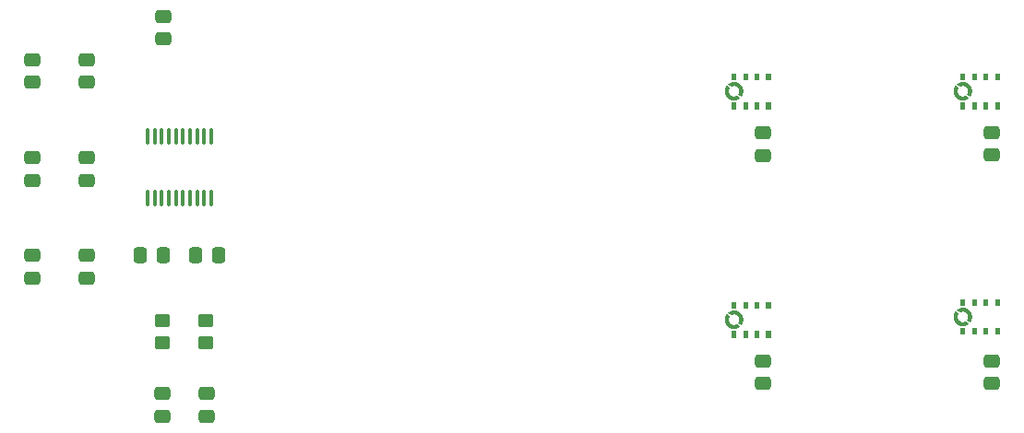
<source format=gtp>
G04 #@! TF.GenerationSoftware,KiCad,Pcbnew,8.0.8*
G04 #@! TF.CreationDate,2025-04-19T00:37:25+02:00*
G04 #@! TF.ProjectId,noise_reduction_microphone,6e6f6973-655f-4726-9564-756374696f6e,rev?*
G04 #@! TF.SameCoordinates,Original*
G04 #@! TF.FileFunction,Paste,Top*
G04 #@! TF.FilePolarity,Positive*
%FSLAX46Y46*%
G04 Gerber Fmt 4.6, Leading zero omitted, Abs format (unit mm)*
G04 Created by KiCad (PCBNEW 8.0.8) date 2025-04-19 00:37:25*
%MOMM*%
%LPD*%
G01*
G04 APERTURE LIST*
G04 Aperture macros list*
%AMRoundRect*
0 Rectangle with rounded corners*
0 $1 Rounding radius*
0 $2 $3 $4 $5 $6 $7 $8 $9 X,Y pos of 4 corners*
0 Add a 4 corners polygon primitive as box body*
4,1,4,$2,$3,$4,$5,$6,$7,$8,$9,$2,$3,0*
0 Add four circle primitives for the rounded corners*
1,1,$1+$1,$2,$3*
1,1,$1+$1,$4,$5*
1,1,$1+$1,$6,$7*
1,1,$1+$1,$8,$9*
0 Add four rect primitives between the rounded corners*
20,1,$1+$1,$2,$3,$4,$5,0*
20,1,$1+$1,$4,$5,$6,$7,0*
20,1,$1+$1,$6,$7,$8,$9,0*
20,1,$1+$1,$8,$9,$2,$3,0*%
G04 Aperture macros list end*
%ADD10C,0.010000*%
%ADD11RoundRect,0.100000X0.100000X-0.637500X0.100000X0.637500X-0.100000X0.637500X-0.100000X-0.637500X0*%
%ADD12RoundRect,0.250000X-0.450000X0.350000X-0.450000X-0.350000X0.450000X-0.350000X0.450000X0.350000X0*%
%ADD13RoundRect,0.250000X-0.475000X0.337500X-0.475000X-0.337500X0.475000X-0.337500X0.475000X0.337500X0*%
%ADD14RoundRect,0.250000X0.475000X-0.337500X0.475000X0.337500X-0.475000X0.337500X-0.475000X-0.337500X0*%
%ADD15RoundRect,0.250000X-0.337500X-0.475000X0.337500X-0.475000X0.337500X0.475000X-0.337500X0.475000X0*%
G04 APERTURE END LIST*
D10*
G04 #@! TO.C,MK1*
X146075000Y-92735000D02*
X145725000Y-92735000D01*
X145725000Y-92185000D01*
X146075000Y-92185000D01*
X146075000Y-92735000D01*
G36*
X146075000Y-92735000D02*
G01*
X145725000Y-92735000D01*
X145725000Y-92185000D01*
X146075000Y-92185000D01*
X146075000Y-92735000D01*
G37*
X145025000Y-92735000D02*
X144675000Y-92735000D01*
X144675000Y-92185000D01*
X145025000Y-92185000D01*
X145025000Y-92735000D01*
G36*
X145025000Y-92735000D02*
G01*
X144675000Y-92735000D01*
X144675000Y-92185000D01*
X145025000Y-92185000D01*
X145025000Y-92735000D01*
G37*
X146075000Y-90075000D02*
X145725000Y-90075000D01*
X145725000Y-89525000D01*
X146075000Y-89525000D01*
X146075000Y-90075000D01*
G36*
X146075000Y-90075000D02*
G01*
X145725000Y-90075000D01*
X145725000Y-89525000D01*
X146075000Y-89525000D01*
X146075000Y-90075000D01*
G37*
X145025000Y-90075000D02*
X144675000Y-90075000D01*
X144675000Y-89525000D01*
X145025000Y-89525000D01*
X145025000Y-90075000D01*
G36*
X145025000Y-90075000D02*
G01*
X144675000Y-90075000D01*
X144675000Y-89525000D01*
X145025000Y-89525000D01*
X145025000Y-90075000D01*
G37*
X148175000Y-92735000D02*
X147825000Y-92735000D01*
X147825000Y-92185000D01*
X148175000Y-92185000D01*
X148175000Y-92735000D01*
G36*
X148175000Y-92735000D02*
G01*
X147825000Y-92735000D01*
X147825000Y-92185000D01*
X148175000Y-92185000D01*
X148175000Y-92735000D01*
G37*
X147125000Y-92735000D02*
X146775000Y-92735000D01*
X146775000Y-92185000D01*
X147125000Y-92185000D01*
X147125000Y-92735000D01*
G36*
X147125000Y-92735000D02*
G01*
X146775000Y-92735000D01*
X146775000Y-92185000D01*
X147125000Y-92185000D01*
X147125000Y-92735000D01*
G37*
X148175000Y-90075000D02*
X147825000Y-90075000D01*
X147825000Y-89525000D01*
X148175000Y-89525000D01*
X148175000Y-90075000D01*
G36*
X148175000Y-90075000D02*
G01*
X147825000Y-90075000D01*
X147825000Y-89525000D01*
X148175000Y-89525000D01*
X148175000Y-90075000D01*
G37*
X144889000Y-90331000D02*
X144927000Y-90334000D01*
X144965000Y-90339000D01*
X145003000Y-90346000D01*
X145041000Y-90355000D01*
X145078000Y-90366000D01*
X145115000Y-90378000D01*
X145150000Y-90392000D01*
X145186000Y-90408000D01*
X145220000Y-90426000D01*
X145253000Y-90445000D01*
X145286000Y-90466000D01*
X145317000Y-90488000D01*
X145348000Y-90512000D01*
X145377000Y-90537000D01*
X145406000Y-90564000D01*
X145433000Y-90593000D01*
X145458000Y-90622000D01*
X145482000Y-90653000D01*
X145504000Y-90684000D01*
X145525000Y-90717000D01*
X145544000Y-90750000D01*
X145562000Y-90784000D01*
X145578000Y-90820000D01*
X145592000Y-90855000D01*
X145604000Y-90892000D01*
X145615000Y-90929000D01*
X145624000Y-90967000D01*
X145631000Y-91005000D01*
X145636000Y-91043000D01*
X145639000Y-91081000D01*
X145640000Y-91120000D01*
X145640000Y-91158000D01*
X145638000Y-91197000D01*
X145634000Y-91235000D01*
X145628000Y-91273000D01*
X145620000Y-91311000D01*
X145610000Y-91348000D01*
X145599000Y-91385000D01*
X145585000Y-91421000D01*
X145571000Y-91457000D01*
X145554000Y-91492000D01*
X145536000Y-91526000D01*
X145516000Y-91559000D01*
X145494000Y-91591000D01*
X145472000Y-91621000D01*
X145275000Y-91424000D01*
X145286000Y-91407000D01*
X145299000Y-91387000D01*
X145310000Y-91365000D01*
X145320000Y-91344000D01*
X145330000Y-91321000D01*
X145338000Y-91299000D01*
X145346000Y-91276000D01*
X145352000Y-91252000D01*
X145357000Y-91229000D01*
X145361000Y-91205000D01*
X145364000Y-91181000D01*
X145366000Y-91157000D01*
X145367000Y-91132000D01*
X145366000Y-91108000D01*
X145365000Y-91084000D01*
X145362000Y-91060000D01*
X145358000Y-91036000D01*
X145353000Y-91013000D01*
X145347000Y-90989000D01*
X145340000Y-90966000D01*
X145332000Y-90943000D01*
X145323000Y-90921000D01*
X145313000Y-90899000D01*
X145301000Y-90877000D01*
X145289000Y-90857000D01*
X145276000Y-90836000D01*
X145262000Y-90817000D01*
X145247000Y-90798000D01*
X145231000Y-90779000D01*
X145211000Y-90759000D01*
X145211228Y-90758772D01*
X145191000Y-90739000D01*
X145172000Y-90723000D01*
X145153000Y-90708000D01*
X145134000Y-90694000D01*
X145113000Y-90681000D01*
X145093000Y-90669000D01*
X145071000Y-90657000D01*
X145049000Y-90647000D01*
X145027000Y-90638000D01*
X145004000Y-90630000D01*
X144981000Y-90623000D01*
X144957000Y-90617000D01*
X144934000Y-90612000D01*
X144910000Y-90608000D01*
X144886000Y-90605000D01*
X144862000Y-90604000D01*
X144838000Y-90603000D01*
X144813000Y-90604000D01*
X144789000Y-90606000D01*
X144765000Y-90609000D01*
X144741000Y-90613000D01*
X144718000Y-90618000D01*
X144694000Y-90624000D01*
X144671000Y-90632000D01*
X144649000Y-90640000D01*
X144626000Y-90650000D01*
X144605000Y-90660000D01*
X144583000Y-90671000D01*
X144563000Y-90684000D01*
X144546000Y-90695000D01*
X144349000Y-90498000D01*
X144379000Y-90476000D01*
X144411000Y-90454000D01*
X144444000Y-90434000D01*
X144478000Y-90416000D01*
X144513000Y-90399000D01*
X144549000Y-90385000D01*
X144585000Y-90371000D01*
X144622000Y-90360000D01*
X144659000Y-90350000D01*
X144697000Y-90342000D01*
X144735000Y-90336000D01*
X144773000Y-90332000D01*
X144812000Y-90330000D01*
X144850000Y-90330000D01*
X144889000Y-90331000D01*
G36*
X144889000Y-90331000D02*
G01*
X144927000Y-90334000D01*
X144965000Y-90339000D01*
X145003000Y-90346000D01*
X145041000Y-90355000D01*
X145078000Y-90366000D01*
X145115000Y-90378000D01*
X145150000Y-90392000D01*
X145186000Y-90408000D01*
X145220000Y-90426000D01*
X145253000Y-90445000D01*
X145286000Y-90466000D01*
X145317000Y-90488000D01*
X145348000Y-90512000D01*
X145377000Y-90537000D01*
X145406000Y-90564000D01*
X145433000Y-90593000D01*
X145458000Y-90622000D01*
X145482000Y-90653000D01*
X145504000Y-90684000D01*
X145525000Y-90717000D01*
X145544000Y-90750000D01*
X145562000Y-90784000D01*
X145578000Y-90820000D01*
X145592000Y-90855000D01*
X145604000Y-90892000D01*
X145615000Y-90929000D01*
X145624000Y-90967000D01*
X145631000Y-91005000D01*
X145636000Y-91043000D01*
X145639000Y-91081000D01*
X145640000Y-91120000D01*
X145640000Y-91158000D01*
X145638000Y-91197000D01*
X145634000Y-91235000D01*
X145628000Y-91273000D01*
X145620000Y-91311000D01*
X145610000Y-91348000D01*
X145599000Y-91385000D01*
X145585000Y-91421000D01*
X145571000Y-91457000D01*
X145554000Y-91492000D01*
X145536000Y-91526000D01*
X145516000Y-91559000D01*
X145494000Y-91591000D01*
X145472000Y-91621000D01*
X145275000Y-91424000D01*
X145286000Y-91407000D01*
X145299000Y-91387000D01*
X145310000Y-91365000D01*
X145320000Y-91344000D01*
X145330000Y-91321000D01*
X145338000Y-91299000D01*
X145346000Y-91276000D01*
X145352000Y-91252000D01*
X145357000Y-91229000D01*
X145361000Y-91205000D01*
X145364000Y-91181000D01*
X145366000Y-91157000D01*
X145367000Y-91132000D01*
X145366000Y-91108000D01*
X145365000Y-91084000D01*
X145362000Y-91060000D01*
X145358000Y-91036000D01*
X145353000Y-91013000D01*
X145347000Y-90989000D01*
X145340000Y-90966000D01*
X145332000Y-90943000D01*
X145323000Y-90921000D01*
X145313000Y-90899000D01*
X145301000Y-90877000D01*
X145289000Y-90857000D01*
X145276000Y-90836000D01*
X145262000Y-90817000D01*
X145247000Y-90798000D01*
X145231000Y-90779000D01*
X145211000Y-90759000D01*
X145211228Y-90758772D01*
X145191000Y-90739000D01*
X145172000Y-90723000D01*
X145153000Y-90708000D01*
X145134000Y-90694000D01*
X145113000Y-90681000D01*
X145093000Y-90669000D01*
X145071000Y-90657000D01*
X145049000Y-90647000D01*
X145027000Y-90638000D01*
X145004000Y-90630000D01*
X144981000Y-90623000D01*
X144957000Y-90617000D01*
X144934000Y-90612000D01*
X144910000Y-90608000D01*
X144886000Y-90605000D01*
X144862000Y-90604000D01*
X144838000Y-90603000D01*
X144813000Y-90604000D01*
X144789000Y-90606000D01*
X144765000Y-90609000D01*
X144741000Y-90613000D01*
X144718000Y-90618000D01*
X144694000Y-90624000D01*
X144671000Y-90632000D01*
X144649000Y-90640000D01*
X144626000Y-90650000D01*
X144605000Y-90660000D01*
X144583000Y-90671000D01*
X144563000Y-90684000D01*
X144546000Y-90695000D01*
X144349000Y-90498000D01*
X144379000Y-90476000D01*
X144411000Y-90454000D01*
X144444000Y-90434000D01*
X144478000Y-90416000D01*
X144513000Y-90399000D01*
X144549000Y-90385000D01*
X144585000Y-90371000D01*
X144622000Y-90360000D01*
X144659000Y-90350000D01*
X144697000Y-90342000D01*
X144735000Y-90336000D01*
X144773000Y-90332000D01*
X144812000Y-90330000D01*
X144850000Y-90330000D01*
X144889000Y-90331000D01*
G37*
X147125000Y-90075000D02*
X146775000Y-90075000D01*
X146775000Y-89525000D01*
X147125000Y-89525000D01*
X147125000Y-90075000D01*
G36*
X147125000Y-90075000D02*
G01*
X146775000Y-90075000D01*
X146775000Y-89525000D01*
X147125000Y-89525000D01*
X147125000Y-90075000D01*
G37*
X144405000Y-90836000D02*
X144394000Y-90853000D01*
X144381000Y-90873000D01*
X144370000Y-90895000D01*
X144360000Y-90916000D01*
X144350000Y-90939000D01*
X144342000Y-90961000D01*
X144334000Y-90984000D01*
X144328000Y-91008000D01*
X144323000Y-91031000D01*
X144319000Y-91055000D01*
X144316000Y-91079000D01*
X144314000Y-91103000D01*
X144313000Y-91128000D01*
X144314000Y-91152000D01*
X144315000Y-91176000D01*
X144318000Y-91200000D01*
X144322000Y-91224000D01*
X144327000Y-91247000D01*
X144333000Y-91271000D01*
X144340000Y-91294000D01*
X144348000Y-91317000D01*
X144357000Y-91339000D01*
X144367000Y-91361000D01*
X144379000Y-91383000D01*
X144391000Y-91403000D01*
X144404000Y-91424000D01*
X144418000Y-91443000D01*
X144433000Y-91462000D01*
X144449000Y-91481000D01*
X144469000Y-91501000D01*
X144468770Y-91501228D01*
X144489000Y-91521000D01*
X144508000Y-91537000D01*
X144527000Y-91552000D01*
X144546000Y-91566000D01*
X144567000Y-91579000D01*
X144587000Y-91591000D01*
X144609000Y-91603000D01*
X144631000Y-91613000D01*
X144653000Y-91622000D01*
X144676000Y-91630000D01*
X144699000Y-91637000D01*
X144723000Y-91643000D01*
X144746000Y-91648000D01*
X144770000Y-91652000D01*
X144794000Y-91655000D01*
X144818000Y-91656000D01*
X144842000Y-91657000D01*
X144867000Y-91656000D01*
X144891000Y-91654000D01*
X144915000Y-91651000D01*
X144939000Y-91647000D01*
X144962000Y-91642000D01*
X144986000Y-91636000D01*
X145009000Y-91628000D01*
X145031000Y-91620000D01*
X145054000Y-91610000D01*
X145075000Y-91600000D01*
X145097000Y-91589000D01*
X145117000Y-91576000D01*
X145134000Y-91565000D01*
X145331000Y-91762000D01*
X145301000Y-91784000D01*
X145269000Y-91806000D01*
X145236000Y-91826000D01*
X145202000Y-91844000D01*
X145167000Y-91861000D01*
X145131000Y-91875000D01*
X145095000Y-91889000D01*
X145058000Y-91900000D01*
X145021000Y-91910000D01*
X144983000Y-91918000D01*
X144945000Y-91924000D01*
X144907000Y-91928000D01*
X144868000Y-91930000D01*
X144830000Y-91930000D01*
X144791000Y-91929000D01*
X144753000Y-91926000D01*
X144715000Y-91921000D01*
X144677000Y-91914000D01*
X144639000Y-91905000D01*
X144602000Y-91894000D01*
X144565000Y-91882000D01*
X144530000Y-91868000D01*
X144494000Y-91852000D01*
X144460000Y-91834000D01*
X144427000Y-91815000D01*
X144394000Y-91794000D01*
X144363000Y-91772000D01*
X144332000Y-91748000D01*
X144303000Y-91723000D01*
X144274000Y-91696000D01*
X144247000Y-91667000D01*
X144222000Y-91638000D01*
X144198000Y-91607000D01*
X144176000Y-91576000D01*
X144155000Y-91543000D01*
X144136000Y-91510000D01*
X144118000Y-91476000D01*
X144102000Y-91440000D01*
X144088000Y-91405000D01*
X144076000Y-91368000D01*
X144065000Y-91331000D01*
X144056000Y-91293000D01*
X144049000Y-91255000D01*
X144044000Y-91217000D01*
X144041000Y-91179000D01*
X144040000Y-91140000D01*
X144040000Y-91102000D01*
X144042000Y-91063000D01*
X144046000Y-91025000D01*
X144052000Y-90987000D01*
X144060000Y-90949000D01*
X144070000Y-90912000D01*
X144081000Y-90875000D01*
X144095000Y-90839000D01*
X144109000Y-90803000D01*
X144126000Y-90768000D01*
X144144000Y-90734000D01*
X144164000Y-90701000D01*
X144186000Y-90669000D01*
X144208000Y-90639000D01*
X144405000Y-90836000D01*
G36*
X144405000Y-90836000D02*
G01*
X144394000Y-90853000D01*
X144381000Y-90873000D01*
X144370000Y-90895000D01*
X144360000Y-90916000D01*
X144350000Y-90939000D01*
X144342000Y-90961000D01*
X144334000Y-90984000D01*
X144328000Y-91008000D01*
X144323000Y-91031000D01*
X144319000Y-91055000D01*
X144316000Y-91079000D01*
X144314000Y-91103000D01*
X144313000Y-91128000D01*
X144314000Y-91152000D01*
X144315000Y-91176000D01*
X144318000Y-91200000D01*
X144322000Y-91224000D01*
X144327000Y-91247000D01*
X144333000Y-91271000D01*
X144340000Y-91294000D01*
X144348000Y-91317000D01*
X144357000Y-91339000D01*
X144367000Y-91361000D01*
X144379000Y-91383000D01*
X144391000Y-91403000D01*
X144404000Y-91424000D01*
X144418000Y-91443000D01*
X144433000Y-91462000D01*
X144449000Y-91481000D01*
X144469000Y-91501000D01*
X144468770Y-91501228D01*
X144489000Y-91521000D01*
X144508000Y-91537000D01*
X144527000Y-91552000D01*
X144546000Y-91566000D01*
X144567000Y-91579000D01*
X144587000Y-91591000D01*
X144609000Y-91603000D01*
X144631000Y-91613000D01*
X144653000Y-91622000D01*
X144676000Y-91630000D01*
X144699000Y-91637000D01*
X144723000Y-91643000D01*
X144746000Y-91648000D01*
X144770000Y-91652000D01*
X144794000Y-91655000D01*
X144818000Y-91656000D01*
X144842000Y-91657000D01*
X144867000Y-91656000D01*
X144891000Y-91654000D01*
X144915000Y-91651000D01*
X144939000Y-91647000D01*
X144962000Y-91642000D01*
X144986000Y-91636000D01*
X145009000Y-91628000D01*
X145031000Y-91620000D01*
X145054000Y-91610000D01*
X145075000Y-91600000D01*
X145097000Y-91589000D01*
X145117000Y-91576000D01*
X145134000Y-91565000D01*
X145331000Y-91762000D01*
X145301000Y-91784000D01*
X145269000Y-91806000D01*
X145236000Y-91826000D01*
X145202000Y-91844000D01*
X145167000Y-91861000D01*
X145131000Y-91875000D01*
X145095000Y-91889000D01*
X145058000Y-91900000D01*
X145021000Y-91910000D01*
X144983000Y-91918000D01*
X144945000Y-91924000D01*
X144907000Y-91928000D01*
X144868000Y-91930000D01*
X144830000Y-91930000D01*
X144791000Y-91929000D01*
X144753000Y-91926000D01*
X144715000Y-91921000D01*
X144677000Y-91914000D01*
X144639000Y-91905000D01*
X144602000Y-91894000D01*
X144565000Y-91882000D01*
X144530000Y-91868000D01*
X144494000Y-91852000D01*
X144460000Y-91834000D01*
X144427000Y-91815000D01*
X144394000Y-91794000D01*
X144363000Y-91772000D01*
X144332000Y-91748000D01*
X144303000Y-91723000D01*
X144274000Y-91696000D01*
X144247000Y-91667000D01*
X144222000Y-91638000D01*
X144198000Y-91607000D01*
X144176000Y-91576000D01*
X144155000Y-91543000D01*
X144136000Y-91510000D01*
X144118000Y-91476000D01*
X144102000Y-91440000D01*
X144088000Y-91405000D01*
X144076000Y-91368000D01*
X144065000Y-91331000D01*
X144056000Y-91293000D01*
X144049000Y-91255000D01*
X144044000Y-91217000D01*
X144041000Y-91179000D01*
X144040000Y-91140000D01*
X144040000Y-91102000D01*
X144042000Y-91063000D01*
X144046000Y-91025000D01*
X144052000Y-90987000D01*
X144060000Y-90949000D01*
X144070000Y-90912000D01*
X144081000Y-90875000D01*
X144095000Y-90839000D01*
X144109000Y-90803000D01*
X144126000Y-90768000D01*
X144144000Y-90734000D01*
X144164000Y-90701000D01*
X144186000Y-90669000D01*
X144208000Y-90639000D01*
X144405000Y-90836000D01*
G37*
G04 #@! TO.C,MK4*
X144405000Y-111836000D02*
X144394000Y-111853000D01*
X144381000Y-111873000D01*
X144370000Y-111895000D01*
X144360000Y-111916000D01*
X144350000Y-111939000D01*
X144342000Y-111961000D01*
X144334000Y-111984000D01*
X144328000Y-112008000D01*
X144323000Y-112031000D01*
X144319000Y-112055000D01*
X144316000Y-112079000D01*
X144314000Y-112103000D01*
X144313000Y-112128000D01*
X144314000Y-112152000D01*
X144315000Y-112176000D01*
X144318000Y-112200000D01*
X144322000Y-112224000D01*
X144327000Y-112247000D01*
X144333000Y-112271000D01*
X144340000Y-112294000D01*
X144348000Y-112317000D01*
X144357000Y-112339000D01*
X144367000Y-112361000D01*
X144379000Y-112383000D01*
X144391000Y-112403000D01*
X144404000Y-112424000D01*
X144418000Y-112443000D01*
X144433000Y-112462000D01*
X144449000Y-112481000D01*
X144469000Y-112501000D01*
X144468770Y-112501228D01*
X144489000Y-112521000D01*
X144508000Y-112537000D01*
X144527000Y-112552000D01*
X144546000Y-112566000D01*
X144567000Y-112579000D01*
X144587000Y-112591000D01*
X144609000Y-112603000D01*
X144631000Y-112613000D01*
X144653000Y-112622000D01*
X144676000Y-112630000D01*
X144699000Y-112637000D01*
X144723000Y-112643000D01*
X144746000Y-112648000D01*
X144770000Y-112652000D01*
X144794000Y-112655000D01*
X144818000Y-112656000D01*
X144842000Y-112657000D01*
X144867000Y-112656000D01*
X144891000Y-112654000D01*
X144915000Y-112651000D01*
X144939000Y-112647000D01*
X144962000Y-112642000D01*
X144986000Y-112636000D01*
X145009000Y-112628000D01*
X145031000Y-112620000D01*
X145054000Y-112610000D01*
X145075000Y-112600000D01*
X145097000Y-112589000D01*
X145117000Y-112576000D01*
X145134000Y-112565000D01*
X145331000Y-112762000D01*
X145301000Y-112784000D01*
X145269000Y-112806000D01*
X145236000Y-112826000D01*
X145202000Y-112844000D01*
X145167000Y-112861000D01*
X145131000Y-112875000D01*
X145095000Y-112889000D01*
X145058000Y-112900000D01*
X145021000Y-112910000D01*
X144983000Y-112918000D01*
X144945000Y-112924000D01*
X144907000Y-112928000D01*
X144868000Y-112930000D01*
X144830000Y-112930000D01*
X144791000Y-112929000D01*
X144753000Y-112926000D01*
X144715000Y-112921000D01*
X144677000Y-112914000D01*
X144639000Y-112905000D01*
X144602000Y-112894000D01*
X144565000Y-112882000D01*
X144530000Y-112868000D01*
X144494000Y-112852000D01*
X144460000Y-112834000D01*
X144427000Y-112815000D01*
X144394000Y-112794000D01*
X144363000Y-112772000D01*
X144332000Y-112748000D01*
X144303000Y-112723000D01*
X144274000Y-112696000D01*
X144247000Y-112667000D01*
X144222000Y-112638000D01*
X144198000Y-112607000D01*
X144176000Y-112576000D01*
X144155000Y-112543000D01*
X144136000Y-112510000D01*
X144118000Y-112476000D01*
X144102000Y-112440000D01*
X144088000Y-112405000D01*
X144076000Y-112368000D01*
X144065000Y-112331000D01*
X144056000Y-112293000D01*
X144049000Y-112255000D01*
X144044000Y-112217000D01*
X144041000Y-112179000D01*
X144040000Y-112140000D01*
X144040000Y-112102000D01*
X144042000Y-112063000D01*
X144046000Y-112025000D01*
X144052000Y-111987000D01*
X144060000Y-111949000D01*
X144070000Y-111912000D01*
X144081000Y-111875000D01*
X144095000Y-111839000D01*
X144109000Y-111803000D01*
X144126000Y-111768000D01*
X144144000Y-111734000D01*
X144164000Y-111701000D01*
X144186000Y-111669000D01*
X144208000Y-111639000D01*
X144405000Y-111836000D01*
G36*
X144405000Y-111836000D02*
G01*
X144394000Y-111853000D01*
X144381000Y-111873000D01*
X144370000Y-111895000D01*
X144360000Y-111916000D01*
X144350000Y-111939000D01*
X144342000Y-111961000D01*
X144334000Y-111984000D01*
X144328000Y-112008000D01*
X144323000Y-112031000D01*
X144319000Y-112055000D01*
X144316000Y-112079000D01*
X144314000Y-112103000D01*
X144313000Y-112128000D01*
X144314000Y-112152000D01*
X144315000Y-112176000D01*
X144318000Y-112200000D01*
X144322000Y-112224000D01*
X144327000Y-112247000D01*
X144333000Y-112271000D01*
X144340000Y-112294000D01*
X144348000Y-112317000D01*
X144357000Y-112339000D01*
X144367000Y-112361000D01*
X144379000Y-112383000D01*
X144391000Y-112403000D01*
X144404000Y-112424000D01*
X144418000Y-112443000D01*
X144433000Y-112462000D01*
X144449000Y-112481000D01*
X144469000Y-112501000D01*
X144468770Y-112501228D01*
X144489000Y-112521000D01*
X144508000Y-112537000D01*
X144527000Y-112552000D01*
X144546000Y-112566000D01*
X144567000Y-112579000D01*
X144587000Y-112591000D01*
X144609000Y-112603000D01*
X144631000Y-112613000D01*
X144653000Y-112622000D01*
X144676000Y-112630000D01*
X144699000Y-112637000D01*
X144723000Y-112643000D01*
X144746000Y-112648000D01*
X144770000Y-112652000D01*
X144794000Y-112655000D01*
X144818000Y-112656000D01*
X144842000Y-112657000D01*
X144867000Y-112656000D01*
X144891000Y-112654000D01*
X144915000Y-112651000D01*
X144939000Y-112647000D01*
X144962000Y-112642000D01*
X144986000Y-112636000D01*
X145009000Y-112628000D01*
X145031000Y-112620000D01*
X145054000Y-112610000D01*
X145075000Y-112600000D01*
X145097000Y-112589000D01*
X145117000Y-112576000D01*
X145134000Y-112565000D01*
X145331000Y-112762000D01*
X145301000Y-112784000D01*
X145269000Y-112806000D01*
X145236000Y-112826000D01*
X145202000Y-112844000D01*
X145167000Y-112861000D01*
X145131000Y-112875000D01*
X145095000Y-112889000D01*
X145058000Y-112900000D01*
X145021000Y-112910000D01*
X144983000Y-112918000D01*
X144945000Y-112924000D01*
X144907000Y-112928000D01*
X144868000Y-112930000D01*
X144830000Y-112930000D01*
X144791000Y-112929000D01*
X144753000Y-112926000D01*
X144715000Y-112921000D01*
X144677000Y-112914000D01*
X144639000Y-112905000D01*
X144602000Y-112894000D01*
X144565000Y-112882000D01*
X144530000Y-112868000D01*
X144494000Y-112852000D01*
X144460000Y-112834000D01*
X144427000Y-112815000D01*
X144394000Y-112794000D01*
X144363000Y-112772000D01*
X144332000Y-112748000D01*
X144303000Y-112723000D01*
X144274000Y-112696000D01*
X144247000Y-112667000D01*
X144222000Y-112638000D01*
X144198000Y-112607000D01*
X144176000Y-112576000D01*
X144155000Y-112543000D01*
X144136000Y-112510000D01*
X144118000Y-112476000D01*
X144102000Y-112440000D01*
X144088000Y-112405000D01*
X144076000Y-112368000D01*
X144065000Y-112331000D01*
X144056000Y-112293000D01*
X144049000Y-112255000D01*
X144044000Y-112217000D01*
X144041000Y-112179000D01*
X144040000Y-112140000D01*
X144040000Y-112102000D01*
X144042000Y-112063000D01*
X144046000Y-112025000D01*
X144052000Y-111987000D01*
X144060000Y-111949000D01*
X144070000Y-111912000D01*
X144081000Y-111875000D01*
X144095000Y-111839000D01*
X144109000Y-111803000D01*
X144126000Y-111768000D01*
X144144000Y-111734000D01*
X144164000Y-111701000D01*
X144186000Y-111669000D01*
X144208000Y-111639000D01*
X144405000Y-111836000D01*
G37*
X147125000Y-111075000D02*
X146775000Y-111075000D01*
X146775000Y-110525000D01*
X147125000Y-110525000D01*
X147125000Y-111075000D01*
G36*
X147125000Y-111075000D02*
G01*
X146775000Y-111075000D01*
X146775000Y-110525000D01*
X147125000Y-110525000D01*
X147125000Y-111075000D01*
G37*
X144889000Y-111331000D02*
X144927000Y-111334000D01*
X144965000Y-111339000D01*
X145003000Y-111346000D01*
X145041000Y-111355000D01*
X145078000Y-111366000D01*
X145115000Y-111378000D01*
X145150000Y-111392000D01*
X145186000Y-111408000D01*
X145220000Y-111426000D01*
X145253000Y-111445000D01*
X145286000Y-111466000D01*
X145317000Y-111488000D01*
X145348000Y-111512000D01*
X145377000Y-111537000D01*
X145406000Y-111564000D01*
X145433000Y-111593000D01*
X145458000Y-111622000D01*
X145482000Y-111653000D01*
X145504000Y-111684000D01*
X145525000Y-111717000D01*
X145544000Y-111750000D01*
X145562000Y-111784000D01*
X145578000Y-111820000D01*
X145592000Y-111855000D01*
X145604000Y-111892000D01*
X145615000Y-111929000D01*
X145624000Y-111967000D01*
X145631000Y-112005000D01*
X145636000Y-112043000D01*
X145639000Y-112081000D01*
X145640000Y-112120000D01*
X145640000Y-112158000D01*
X145638000Y-112197000D01*
X145634000Y-112235000D01*
X145628000Y-112273000D01*
X145620000Y-112311000D01*
X145610000Y-112348000D01*
X145599000Y-112385000D01*
X145585000Y-112421000D01*
X145571000Y-112457000D01*
X145554000Y-112492000D01*
X145536000Y-112526000D01*
X145516000Y-112559000D01*
X145494000Y-112591000D01*
X145472000Y-112621000D01*
X145275000Y-112424000D01*
X145286000Y-112407000D01*
X145299000Y-112387000D01*
X145310000Y-112365000D01*
X145320000Y-112344000D01*
X145330000Y-112321000D01*
X145338000Y-112299000D01*
X145346000Y-112276000D01*
X145352000Y-112252000D01*
X145357000Y-112229000D01*
X145361000Y-112205000D01*
X145364000Y-112181000D01*
X145366000Y-112157000D01*
X145367000Y-112132000D01*
X145366000Y-112108000D01*
X145365000Y-112084000D01*
X145362000Y-112060000D01*
X145358000Y-112036000D01*
X145353000Y-112013000D01*
X145347000Y-111989000D01*
X145340000Y-111966000D01*
X145332000Y-111943000D01*
X145323000Y-111921000D01*
X145313000Y-111899000D01*
X145301000Y-111877000D01*
X145289000Y-111857000D01*
X145276000Y-111836000D01*
X145262000Y-111817000D01*
X145247000Y-111798000D01*
X145231000Y-111779000D01*
X145211000Y-111759000D01*
X145211228Y-111758772D01*
X145191000Y-111739000D01*
X145172000Y-111723000D01*
X145153000Y-111708000D01*
X145134000Y-111694000D01*
X145113000Y-111681000D01*
X145093000Y-111669000D01*
X145071000Y-111657000D01*
X145049000Y-111647000D01*
X145027000Y-111638000D01*
X145004000Y-111630000D01*
X144981000Y-111623000D01*
X144957000Y-111617000D01*
X144934000Y-111612000D01*
X144910000Y-111608000D01*
X144886000Y-111605000D01*
X144862000Y-111604000D01*
X144838000Y-111603000D01*
X144813000Y-111604000D01*
X144789000Y-111606000D01*
X144765000Y-111609000D01*
X144741000Y-111613000D01*
X144718000Y-111618000D01*
X144694000Y-111624000D01*
X144671000Y-111632000D01*
X144649000Y-111640000D01*
X144626000Y-111650000D01*
X144605000Y-111660000D01*
X144583000Y-111671000D01*
X144563000Y-111684000D01*
X144546000Y-111695000D01*
X144349000Y-111498000D01*
X144379000Y-111476000D01*
X144411000Y-111454000D01*
X144444000Y-111434000D01*
X144478000Y-111416000D01*
X144513000Y-111399000D01*
X144549000Y-111385000D01*
X144585000Y-111371000D01*
X144622000Y-111360000D01*
X144659000Y-111350000D01*
X144697000Y-111342000D01*
X144735000Y-111336000D01*
X144773000Y-111332000D01*
X144812000Y-111330000D01*
X144850000Y-111330000D01*
X144889000Y-111331000D01*
G36*
X144889000Y-111331000D02*
G01*
X144927000Y-111334000D01*
X144965000Y-111339000D01*
X145003000Y-111346000D01*
X145041000Y-111355000D01*
X145078000Y-111366000D01*
X145115000Y-111378000D01*
X145150000Y-111392000D01*
X145186000Y-111408000D01*
X145220000Y-111426000D01*
X145253000Y-111445000D01*
X145286000Y-111466000D01*
X145317000Y-111488000D01*
X145348000Y-111512000D01*
X145377000Y-111537000D01*
X145406000Y-111564000D01*
X145433000Y-111593000D01*
X145458000Y-111622000D01*
X145482000Y-111653000D01*
X145504000Y-111684000D01*
X145525000Y-111717000D01*
X145544000Y-111750000D01*
X145562000Y-111784000D01*
X145578000Y-111820000D01*
X145592000Y-111855000D01*
X145604000Y-111892000D01*
X145615000Y-111929000D01*
X145624000Y-111967000D01*
X145631000Y-112005000D01*
X145636000Y-112043000D01*
X145639000Y-112081000D01*
X145640000Y-112120000D01*
X145640000Y-112158000D01*
X145638000Y-112197000D01*
X145634000Y-112235000D01*
X145628000Y-112273000D01*
X145620000Y-112311000D01*
X145610000Y-112348000D01*
X145599000Y-112385000D01*
X145585000Y-112421000D01*
X145571000Y-112457000D01*
X145554000Y-112492000D01*
X145536000Y-112526000D01*
X145516000Y-112559000D01*
X145494000Y-112591000D01*
X145472000Y-112621000D01*
X145275000Y-112424000D01*
X145286000Y-112407000D01*
X145299000Y-112387000D01*
X145310000Y-112365000D01*
X145320000Y-112344000D01*
X145330000Y-112321000D01*
X145338000Y-112299000D01*
X145346000Y-112276000D01*
X145352000Y-112252000D01*
X145357000Y-112229000D01*
X145361000Y-112205000D01*
X145364000Y-112181000D01*
X145366000Y-112157000D01*
X145367000Y-112132000D01*
X145366000Y-112108000D01*
X145365000Y-112084000D01*
X145362000Y-112060000D01*
X145358000Y-112036000D01*
X145353000Y-112013000D01*
X145347000Y-111989000D01*
X145340000Y-111966000D01*
X145332000Y-111943000D01*
X145323000Y-111921000D01*
X145313000Y-111899000D01*
X145301000Y-111877000D01*
X145289000Y-111857000D01*
X145276000Y-111836000D01*
X145262000Y-111817000D01*
X145247000Y-111798000D01*
X145231000Y-111779000D01*
X145211000Y-111759000D01*
X145211228Y-111758772D01*
X145191000Y-111739000D01*
X145172000Y-111723000D01*
X145153000Y-111708000D01*
X145134000Y-111694000D01*
X145113000Y-111681000D01*
X145093000Y-111669000D01*
X145071000Y-111657000D01*
X145049000Y-111647000D01*
X145027000Y-111638000D01*
X145004000Y-111630000D01*
X144981000Y-111623000D01*
X144957000Y-111617000D01*
X144934000Y-111612000D01*
X144910000Y-111608000D01*
X144886000Y-111605000D01*
X144862000Y-111604000D01*
X144838000Y-111603000D01*
X144813000Y-111604000D01*
X144789000Y-111606000D01*
X144765000Y-111609000D01*
X144741000Y-111613000D01*
X144718000Y-111618000D01*
X144694000Y-111624000D01*
X144671000Y-111632000D01*
X144649000Y-111640000D01*
X144626000Y-111650000D01*
X144605000Y-111660000D01*
X144583000Y-111671000D01*
X144563000Y-111684000D01*
X144546000Y-111695000D01*
X144349000Y-111498000D01*
X144379000Y-111476000D01*
X144411000Y-111454000D01*
X144444000Y-111434000D01*
X144478000Y-111416000D01*
X144513000Y-111399000D01*
X144549000Y-111385000D01*
X144585000Y-111371000D01*
X144622000Y-111360000D01*
X144659000Y-111350000D01*
X144697000Y-111342000D01*
X144735000Y-111336000D01*
X144773000Y-111332000D01*
X144812000Y-111330000D01*
X144850000Y-111330000D01*
X144889000Y-111331000D01*
G37*
X148175000Y-111075000D02*
X147825000Y-111075000D01*
X147825000Y-110525000D01*
X148175000Y-110525000D01*
X148175000Y-111075000D01*
G36*
X148175000Y-111075000D02*
G01*
X147825000Y-111075000D01*
X147825000Y-110525000D01*
X148175000Y-110525000D01*
X148175000Y-111075000D01*
G37*
X147125000Y-113735000D02*
X146775000Y-113735000D01*
X146775000Y-113185000D01*
X147125000Y-113185000D01*
X147125000Y-113735000D01*
G36*
X147125000Y-113735000D02*
G01*
X146775000Y-113735000D01*
X146775000Y-113185000D01*
X147125000Y-113185000D01*
X147125000Y-113735000D01*
G37*
X148175000Y-113735000D02*
X147825000Y-113735000D01*
X147825000Y-113185000D01*
X148175000Y-113185000D01*
X148175000Y-113735000D01*
G36*
X148175000Y-113735000D02*
G01*
X147825000Y-113735000D01*
X147825000Y-113185000D01*
X148175000Y-113185000D01*
X148175000Y-113735000D01*
G37*
X145025000Y-111075000D02*
X144675000Y-111075000D01*
X144675000Y-110525000D01*
X145025000Y-110525000D01*
X145025000Y-111075000D01*
G36*
X145025000Y-111075000D02*
G01*
X144675000Y-111075000D01*
X144675000Y-110525000D01*
X145025000Y-110525000D01*
X145025000Y-111075000D01*
G37*
X146075000Y-111075000D02*
X145725000Y-111075000D01*
X145725000Y-110525000D01*
X146075000Y-110525000D01*
X146075000Y-111075000D01*
G36*
X146075000Y-111075000D02*
G01*
X145725000Y-111075000D01*
X145725000Y-110525000D01*
X146075000Y-110525000D01*
X146075000Y-111075000D01*
G37*
X145025000Y-113735000D02*
X144675000Y-113735000D01*
X144675000Y-113185000D01*
X145025000Y-113185000D01*
X145025000Y-113735000D01*
G36*
X145025000Y-113735000D02*
G01*
X144675000Y-113735000D01*
X144675000Y-113185000D01*
X145025000Y-113185000D01*
X145025000Y-113735000D01*
G37*
X146075000Y-113735000D02*
X145725000Y-113735000D01*
X145725000Y-113185000D01*
X146075000Y-113185000D01*
X146075000Y-113735000D01*
G36*
X146075000Y-113735000D02*
G01*
X145725000Y-113735000D01*
X145725000Y-113185000D01*
X146075000Y-113185000D01*
X146075000Y-113735000D01*
G37*
G04 #@! TO.C,MK2*
X167075000Y-92735000D02*
X166725000Y-92735000D01*
X166725000Y-92185000D01*
X167075000Y-92185000D01*
X167075000Y-92735000D01*
G36*
X167075000Y-92735000D02*
G01*
X166725000Y-92735000D01*
X166725000Y-92185000D01*
X167075000Y-92185000D01*
X167075000Y-92735000D01*
G37*
X166025000Y-92735000D02*
X165675000Y-92735000D01*
X165675000Y-92185000D01*
X166025000Y-92185000D01*
X166025000Y-92735000D01*
G36*
X166025000Y-92735000D02*
G01*
X165675000Y-92735000D01*
X165675000Y-92185000D01*
X166025000Y-92185000D01*
X166025000Y-92735000D01*
G37*
X167075000Y-90075000D02*
X166725000Y-90075000D01*
X166725000Y-89525000D01*
X167075000Y-89525000D01*
X167075000Y-90075000D01*
G36*
X167075000Y-90075000D02*
G01*
X166725000Y-90075000D01*
X166725000Y-89525000D01*
X167075000Y-89525000D01*
X167075000Y-90075000D01*
G37*
X166025000Y-90075000D02*
X165675000Y-90075000D01*
X165675000Y-89525000D01*
X166025000Y-89525000D01*
X166025000Y-90075000D01*
G36*
X166025000Y-90075000D02*
G01*
X165675000Y-90075000D01*
X165675000Y-89525000D01*
X166025000Y-89525000D01*
X166025000Y-90075000D01*
G37*
X169175000Y-92735000D02*
X168825000Y-92735000D01*
X168825000Y-92185000D01*
X169175000Y-92185000D01*
X169175000Y-92735000D01*
G36*
X169175000Y-92735000D02*
G01*
X168825000Y-92735000D01*
X168825000Y-92185000D01*
X169175000Y-92185000D01*
X169175000Y-92735000D01*
G37*
X168125000Y-92735000D02*
X167775000Y-92735000D01*
X167775000Y-92185000D01*
X168125000Y-92185000D01*
X168125000Y-92735000D01*
G36*
X168125000Y-92735000D02*
G01*
X167775000Y-92735000D01*
X167775000Y-92185000D01*
X168125000Y-92185000D01*
X168125000Y-92735000D01*
G37*
X169175000Y-90075000D02*
X168825000Y-90075000D01*
X168825000Y-89525000D01*
X169175000Y-89525000D01*
X169175000Y-90075000D01*
G36*
X169175000Y-90075000D02*
G01*
X168825000Y-90075000D01*
X168825000Y-89525000D01*
X169175000Y-89525000D01*
X169175000Y-90075000D01*
G37*
X165889000Y-90331000D02*
X165927000Y-90334000D01*
X165965000Y-90339000D01*
X166003000Y-90346000D01*
X166041000Y-90355000D01*
X166078000Y-90366000D01*
X166115000Y-90378000D01*
X166150000Y-90392000D01*
X166186000Y-90408000D01*
X166220000Y-90426000D01*
X166253000Y-90445000D01*
X166286000Y-90466000D01*
X166317000Y-90488000D01*
X166348000Y-90512000D01*
X166377000Y-90537000D01*
X166406000Y-90564000D01*
X166433000Y-90593000D01*
X166458000Y-90622000D01*
X166482000Y-90653000D01*
X166504000Y-90684000D01*
X166525000Y-90717000D01*
X166544000Y-90750000D01*
X166562000Y-90784000D01*
X166578000Y-90820000D01*
X166592000Y-90855000D01*
X166604000Y-90892000D01*
X166615000Y-90929000D01*
X166624000Y-90967000D01*
X166631000Y-91005000D01*
X166636000Y-91043000D01*
X166639000Y-91081000D01*
X166640000Y-91120000D01*
X166640000Y-91158000D01*
X166638000Y-91197000D01*
X166634000Y-91235000D01*
X166628000Y-91273000D01*
X166620000Y-91311000D01*
X166610000Y-91348000D01*
X166599000Y-91385000D01*
X166585000Y-91421000D01*
X166571000Y-91457000D01*
X166554000Y-91492000D01*
X166536000Y-91526000D01*
X166516000Y-91559000D01*
X166494000Y-91591000D01*
X166472000Y-91621000D01*
X166275000Y-91424000D01*
X166286000Y-91407000D01*
X166299000Y-91387000D01*
X166310000Y-91365000D01*
X166320000Y-91344000D01*
X166330000Y-91321000D01*
X166338000Y-91299000D01*
X166346000Y-91276000D01*
X166352000Y-91252000D01*
X166357000Y-91229000D01*
X166361000Y-91205000D01*
X166364000Y-91181000D01*
X166366000Y-91157000D01*
X166367000Y-91132000D01*
X166366000Y-91108000D01*
X166365000Y-91084000D01*
X166362000Y-91060000D01*
X166358000Y-91036000D01*
X166353000Y-91013000D01*
X166347000Y-90989000D01*
X166340000Y-90966000D01*
X166332000Y-90943000D01*
X166323000Y-90921000D01*
X166313000Y-90899000D01*
X166301000Y-90877000D01*
X166289000Y-90857000D01*
X166276000Y-90836000D01*
X166262000Y-90817000D01*
X166247000Y-90798000D01*
X166231000Y-90779000D01*
X166211000Y-90759000D01*
X166211228Y-90758772D01*
X166191000Y-90739000D01*
X166172000Y-90723000D01*
X166153000Y-90708000D01*
X166134000Y-90694000D01*
X166113000Y-90681000D01*
X166093000Y-90669000D01*
X166071000Y-90657000D01*
X166049000Y-90647000D01*
X166027000Y-90638000D01*
X166004000Y-90630000D01*
X165981000Y-90623000D01*
X165957000Y-90617000D01*
X165934000Y-90612000D01*
X165910000Y-90608000D01*
X165886000Y-90605000D01*
X165862000Y-90604000D01*
X165838000Y-90603000D01*
X165813000Y-90604000D01*
X165789000Y-90606000D01*
X165765000Y-90609000D01*
X165741000Y-90613000D01*
X165718000Y-90618000D01*
X165694000Y-90624000D01*
X165671000Y-90632000D01*
X165649000Y-90640000D01*
X165626000Y-90650000D01*
X165605000Y-90660000D01*
X165583000Y-90671000D01*
X165563000Y-90684000D01*
X165546000Y-90695000D01*
X165349000Y-90498000D01*
X165379000Y-90476000D01*
X165411000Y-90454000D01*
X165444000Y-90434000D01*
X165478000Y-90416000D01*
X165513000Y-90399000D01*
X165549000Y-90385000D01*
X165585000Y-90371000D01*
X165622000Y-90360000D01*
X165659000Y-90350000D01*
X165697000Y-90342000D01*
X165735000Y-90336000D01*
X165773000Y-90332000D01*
X165812000Y-90330000D01*
X165850000Y-90330000D01*
X165889000Y-90331000D01*
G36*
X165889000Y-90331000D02*
G01*
X165927000Y-90334000D01*
X165965000Y-90339000D01*
X166003000Y-90346000D01*
X166041000Y-90355000D01*
X166078000Y-90366000D01*
X166115000Y-90378000D01*
X166150000Y-90392000D01*
X166186000Y-90408000D01*
X166220000Y-90426000D01*
X166253000Y-90445000D01*
X166286000Y-90466000D01*
X166317000Y-90488000D01*
X166348000Y-90512000D01*
X166377000Y-90537000D01*
X166406000Y-90564000D01*
X166433000Y-90593000D01*
X166458000Y-90622000D01*
X166482000Y-90653000D01*
X166504000Y-90684000D01*
X166525000Y-90717000D01*
X166544000Y-90750000D01*
X166562000Y-90784000D01*
X166578000Y-90820000D01*
X166592000Y-90855000D01*
X166604000Y-90892000D01*
X166615000Y-90929000D01*
X166624000Y-90967000D01*
X166631000Y-91005000D01*
X166636000Y-91043000D01*
X166639000Y-91081000D01*
X166640000Y-91120000D01*
X166640000Y-91158000D01*
X166638000Y-91197000D01*
X166634000Y-91235000D01*
X166628000Y-91273000D01*
X166620000Y-91311000D01*
X166610000Y-91348000D01*
X166599000Y-91385000D01*
X166585000Y-91421000D01*
X166571000Y-91457000D01*
X166554000Y-91492000D01*
X166536000Y-91526000D01*
X166516000Y-91559000D01*
X166494000Y-91591000D01*
X166472000Y-91621000D01*
X166275000Y-91424000D01*
X166286000Y-91407000D01*
X166299000Y-91387000D01*
X166310000Y-91365000D01*
X166320000Y-91344000D01*
X166330000Y-91321000D01*
X166338000Y-91299000D01*
X166346000Y-91276000D01*
X166352000Y-91252000D01*
X166357000Y-91229000D01*
X166361000Y-91205000D01*
X166364000Y-91181000D01*
X166366000Y-91157000D01*
X166367000Y-91132000D01*
X166366000Y-91108000D01*
X166365000Y-91084000D01*
X166362000Y-91060000D01*
X166358000Y-91036000D01*
X166353000Y-91013000D01*
X166347000Y-90989000D01*
X166340000Y-90966000D01*
X166332000Y-90943000D01*
X166323000Y-90921000D01*
X166313000Y-90899000D01*
X166301000Y-90877000D01*
X166289000Y-90857000D01*
X166276000Y-90836000D01*
X166262000Y-90817000D01*
X166247000Y-90798000D01*
X166231000Y-90779000D01*
X166211000Y-90759000D01*
X166211228Y-90758772D01*
X166191000Y-90739000D01*
X166172000Y-90723000D01*
X166153000Y-90708000D01*
X166134000Y-90694000D01*
X166113000Y-90681000D01*
X166093000Y-90669000D01*
X166071000Y-90657000D01*
X166049000Y-90647000D01*
X166027000Y-90638000D01*
X166004000Y-90630000D01*
X165981000Y-90623000D01*
X165957000Y-90617000D01*
X165934000Y-90612000D01*
X165910000Y-90608000D01*
X165886000Y-90605000D01*
X165862000Y-90604000D01*
X165838000Y-90603000D01*
X165813000Y-90604000D01*
X165789000Y-90606000D01*
X165765000Y-90609000D01*
X165741000Y-90613000D01*
X165718000Y-90618000D01*
X165694000Y-90624000D01*
X165671000Y-90632000D01*
X165649000Y-90640000D01*
X165626000Y-90650000D01*
X165605000Y-90660000D01*
X165583000Y-90671000D01*
X165563000Y-90684000D01*
X165546000Y-90695000D01*
X165349000Y-90498000D01*
X165379000Y-90476000D01*
X165411000Y-90454000D01*
X165444000Y-90434000D01*
X165478000Y-90416000D01*
X165513000Y-90399000D01*
X165549000Y-90385000D01*
X165585000Y-90371000D01*
X165622000Y-90360000D01*
X165659000Y-90350000D01*
X165697000Y-90342000D01*
X165735000Y-90336000D01*
X165773000Y-90332000D01*
X165812000Y-90330000D01*
X165850000Y-90330000D01*
X165889000Y-90331000D01*
G37*
X168125000Y-90075000D02*
X167775000Y-90075000D01*
X167775000Y-89525000D01*
X168125000Y-89525000D01*
X168125000Y-90075000D01*
G36*
X168125000Y-90075000D02*
G01*
X167775000Y-90075000D01*
X167775000Y-89525000D01*
X168125000Y-89525000D01*
X168125000Y-90075000D01*
G37*
X165405000Y-90836000D02*
X165394000Y-90853000D01*
X165381000Y-90873000D01*
X165370000Y-90895000D01*
X165360000Y-90916000D01*
X165350000Y-90939000D01*
X165342000Y-90961000D01*
X165334000Y-90984000D01*
X165328000Y-91008000D01*
X165323000Y-91031000D01*
X165319000Y-91055000D01*
X165316000Y-91079000D01*
X165314000Y-91103000D01*
X165313000Y-91128000D01*
X165314000Y-91152000D01*
X165315000Y-91176000D01*
X165318000Y-91200000D01*
X165322000Y-91224000D01*
X165327000Y-91247000D01*
X165333000Y-91271000D01*
X165340000Y-91294000D01*
X165348000Y-91317000D01*
X165357000Y-91339000D01*
X165367000Y-91361000D01*
X165379000Y-91383000D01*
X165391000Y-91403000D01*
X165404000Y-91424000D01*
X165418000Y-91443000D01*
X165433000Y-91462000D01*
X165449000Y-91481000D01*
X165469000Y-91501000D01*
X165468770Y-91501228D01*
X165489000Y-91521000D01*
X165508000Y-91537000D01*
X165527000Y-91552000D01*
X165546000Y-91566000D01*
X165567000Y-91579000D01*
X165587000Y-91591000D01*
X165609000Y-91603000D01*
X165631000Y-91613000D01*
X165653000Y-91622000D01*
X165676000Y-91630000D01*
X165699000Y-91637000D01*
X165723000Y-91643000D01*
X165746000Y-91648000D01*
X165770000Y-91652000D01*
X165794000Y-91655000D01*
X165818000Y-91656000D01*
X165842000Y-91657000D01*
X165867000Y-91656000D01*
X165891000Y-91654000D01*
X165915000Y-91651000D01*
X165939000Y-91647000D01*
X165962000Y-91642000D01*
X165986000Y-91636000D01*
X166009000Y-91628000D01*
X166031000Y-91620000D01*
X166054000Y-91610000D01*
X166075000Y-91600000D01*
X166097000Y-91589000D01*
X166117000Y-91576000D01*
X166134000Y-91565000D01*
X166331000Y-91762000D01*
X166301000Y-91784000D01*
X166269000Y-91806000D01*
X166236000Y-91826000D01*
X166202000Y-91844000D01*
X166167000Y-91861000D01*
X166131000Y-91875000D01*
X166095000Y-91889000D01*
X166058000Y-91900000D01*
X166021000Y-91910000D01*
X165983000Y-91918000D01*
X165945000Y-91924000D01*
X165907000Y-91928000D01*
X165868000Y-91930000D01*
X165830000Y-91930000D01*
X165791000Y-91929000D01*
X165753000Y-91926000D01*
X165715000Y-91921000D01*
X165677000Y-91914000D01*
X165639000Y-91905000D01*
X165602000Y-91894000D01*
X165565000Y-91882000D01*
X165530000Y-91868000D01*
X165494000Y-91852000D01*
X165460000Y-91834000D01*
X165427000Y-91815000D01*
X165394000Y-91794000D01*
X165363000Y-91772000D01*
X165332000Y-91748000D01*
X165303000Y-91723000D01*
X165274000Y-91696000D01*
X165247000Y-91667000D01*
X165222000Y-91638000D01*
X165198000Y-91607000D01*
X165176000Y-91576000D01*
X165155000Y-91543000D01*
X165136000Y-91510000D01*
X165118000Y-91476000D01*
X165102000Y-91440000D01*
X165088000Y-91405000D01*
X165076000Y-91368000D01*
X165065000Y-91331000D01*
X165056000Y-91293000D01*
X165049000Y-91255000D01*
X165044000Y-91217000D01*
X165041000Y-91179000D01*
X165040000Y-91140000D01*
X165040000Y-91102000D01*
X165042000Y-91063000D01*
X165046000Y-91025000D01*
X165052000Y-90987000D01*
X165060000Y-90949000D01*
X165070000Y-90912000D01*
X165081000Y-90875000D01*
X165095000Y-90839000D01*
X165109000Y-90803000D01*
X165126000Y-90768000D01*
X165144000Y-90734000D01*
X165164000Y-90701000D01*
X165186000Y-90669000D01*
X165208000Y-90639000D01*
X165405000Y-90836000D01*
G36*
X165405000Y-90836000D02*
G01*
X165394000Y-90853000D01*
X165381000Y-90873000D01*
X165370000Y-90895000D01*
X165360000Y-90916000D01*
X165350000Y-90939000D01*
X165342000Y-90961000D01*
X165334000Y-90984000D01*
X165328000Y-91008000D01*
X165323000Y-91031000D01*
X165319000Y-91055000D01*
X165316000Y-91079000D01*
X165314000Y-91103000D01*
X165313000Y-91128000D01*
X165314000Y-91152000D01*
X165315000Y-91176000D01*
X165318000Y-91200000D01*
X165322000Y-91224000D01*
X165327000Y-91247000D01*
X165333000Y-91271000D01*
X165340000Y-91294000D01*
X165348000Y-91317000D01*
X165357000Y-91339000D01*
X165367000Y-91361000D01*
X165379000Y-91383000D01*
X165391000Y-91403000D01*
X165404000Y-91424000D01*
X165418000Y-91443000D01*
X165433000Y-91462000D01*
X165449000Y-91481000D01*
X165469000Y-91501000D01*
X165468770Y-91501228D01*
X165489000Y-91521000D01*
X165508000Y-91537000D01*
X165527000Y-91552000D01*
X165546000Y-91566000D01*
X165567000Y-91579000D01*
X165587000Y-91591000D01*
X165609000Y-91603000D01*
X165631000Y-91613000D01*
X165653000Y-91622000D01*
X165676000Y-91630000D01*
X165699000Y-91637000D01*
X165723000Y-91643000D01*
X165746000Y-91648000D01*
X165770000Y-91652000D01*
X165794000Y-91655000D01*
X165818000Y-91656000D01*
X165842000Y-91657000D01*
X165867000Y-91656000D01*
X165891000Y-91654000D01*
X165915000Y-91651000D01*
X165939000Y-91647000D01*
X165962000Y-91642000D01*
X165986000Y-91636000D01*
X166009000Y-91628000D01*
X166031000Y-91620000D01*
X166054000Y-91610000D01*
X166075000Y-91600000D01*
X166097000Y-91589000D01*
X166117000Y-91576000D01*
X166134000Y-91565000D01*
X166331000Y-91762000D01*
X166301000Y-91784000D01*
X166269000Y-91806000D01*
X166236000Y-91826000D01*
X166202000Y-91844000D01*
X166167000Y-91861000D01*
X166131000Y-91875000D01*
X166095000Y-91889000D01*
X166058000Y-91900000D01*
X166021000Y-91910000D01*
X165983000Y-91918000D01*
X165945000Y-91924000D01*
X165907000Y-91928000D01*
X165868000Y-91930000D01*
X165830000Y-91930000D01*
X165791000Y-91929000D01*
X165753000Y-91926000D01*
X165715000Y-91921000D01*
X165677000Y-91914000D01*
X165639000Y-91905000D01*
X165602000Y-91894000D01*
X165565000Y-91882000D01*
X165530000Y-91868000D01*
X165494000Y-91852000D01*
X165460000Y-91834000D01*
X165427000Y-91815000D01*
X165394000Y-91794000D01*
X165363000Y-91772000D01*
X165332000Y-91748000D01*
X165303000Y-91723000D01*
X165274000Y-91696000D01*
X165247000Y-91667000D01*
X165222000Y-91638000D01*
X165198000Y-91607000D01*
X165176000Y-91576000D01*
X165155000Y-91543000D01*
X165136000Y-91510000D01*
X165118000Y-91476000D01*
X165102000Y-91440000D01*
X165088000Y-91405000D01*
X165076000Y-91368000D01*
X165065000Y-91331000D01*
X165056000Y-91293000D01*
X165049000Y-91255000D01*
X165044000Y-91217000D01*
X165041000Y-91179000D01*
X165040000Y-91140000D01*
X165040000Y-91102000D01*
X165042000Y-91063000D01*
X165046000Y-91025000D01*
X165052000Y-90987000D01*
X165060000Y-90949000D01*
X165070000Y-90912000D01*
X165081000Y-90875000D01*
X165095000Y-90839000D01*
X165109000Y-90803000D01*
X165126000Y-90768000D01*
X165144000Y-90734000D01*
X165164000Y-90701000D01*
X165186000Y-90669000D01*
X165208000Y-90639000D01*
X165405000Y-90836000D01*
G37*
G04 #@! TO.C,MK3*
X165405000Y-111576000D02*
X165394000Y-111593000D01*
X165381000Y-111613000D01*
X165370000Y-111635000D01*
X165360000Y-111656000D01*
X165350000Y-111679000D01*
X165342000Y-111701000D01*
X165334000Y-111724000D01*
X165328000Y-111748000D01*
X165323000Y-111771000D01*
X165319000Y-111795000D01*
X165316000Y-111819000D01*
X165314000Y-111843000D01*
X165313000Y-111868000D01*
X165314000Y-111892000D01*
X165315000Y-111916000D01*
X165318000Y-111940000D01*
X165322000Y-111964000D01*
X165327000Y-111987000D01*
X165333000Y-112011000D01*
X165340000Y-112034000D01*
X165348000Y-112057000D01*
X165357000Y-112079000D01*
X165367000Y-112101000D01*
X165379000Y-112123000D01*
X165391000Y-112143000D01*
X165404000Y-112164000D01*
X165418000Y-112183000D01*
X165433000Y-112202000D01*
X165449000Y-112221000D01*
X165469000Y-112241000D01*
X165468770Y-112241228D01*
X165489000Y-112261000D01*
X165508000Y-112277000D01*
X165527000Y-112292000D01*
X165546000Y-112306000D01*
X165567000Y-112319000D01*
X165587000Y-112331000D01*
X165609000Y-112343000D01*
X165631000Y-112353000D01*
X165653000Y-112362000D01*
X165676000Y-112370000D01*
X165699000Y-112377000D01*
X165723000Y-112383000D01*
X165746000Y-112388000D01*
X165770000Y-112392000D01*
X165794000Y-112395000D01*
X165818000Y-112396000D01*
X165842000Y-112397000D01*
X165867000Y-112396000D01*
X165891000Y-112394000D01*
X165915000Y-112391000D01*
X165939000Y-112387000D01*
X165962000Y-112382000D01*
X165986000Y-112376000D01*
X166009000Y-112368000D01*
X166031000Y-112360000D01*
X166054000Y-112350000D01*
X166075000Y-112340000D01*
X166097000Y-112329000D01*
X166117000Y-112316000D01*
X166134000Y-112305000D01*
X166331000Y-112502000D01*
X166301000Y-112524000D01*
X166269000Y-112546000D01*
X166236000Y-112566000D01*
X166202000Y-112584000D01*
X166167000Y-112601000D01*
X166131000Y-112615000D01*
X166095000Y-112629000D01*
X166058000Y-112640000D01*
X166021000Y-112650000D01*
X165983000Y-112658000D01*
X165945000Y-112664000D01*
X165907000Y-112668000D01*
X165868000Y-112670000D01*
X165830000Y-112670000D01*
X165791000Y-112669000D01*
X165753000Y-112666000D01*
X165715000Y-112661000D01*
X165677000Y-112654000D01*
X165639000Y-112645000D01*
X165602000Y-112634000D01*
X165565000Y-112622000D01*
X165530000Y-112608000D01*
X165494000Y-112592000D01*
X165460000Y-112574000D01*
X165427000Y-112555000D01*
X165394000Y-112534000D01*
X165363000Y-112512000D01*
X165332000Y-112488000D01*
X165303000Y-112463000D01*
X165274000Y-112436000D01*
X165247000Y-112407000D01*
X165222000Y-112378000D01*
X165198000Y-112347000D01*
X165176000Y-112316000D01*
X165155000Y-112283000D01*
X165136000Y-112250000D01*
X165118000Y-112216000D01*
X165102000Y-112180000D01*
X165088000Y-112145000D01*
X165076000Y-112108000D01*
X165065000Y-112071000D01*
X165056000Y-112033000D01*
X165049000Y-111995000D01*
X165044000Y-111957000D01*
X165041000Y-111919000D01*
X165040000Y-111880000D01*
X165040000Y-111842000D01*
X165042000Y-111803000D01*
X165046000Y-111765000D01*
X165052000Y-111727000D01*
X165060000Y-111689000D01*
X165070000Y-111652000D01*
X165081000Y-111615000D01*
X165095000Y-111579000D01*
X165109000Y-111543000D01*
X165126000Y-111508000D01*
X165144000Y-111474000D01*
X165164000Y-111441000D01*
X165186000Y-111409000D01*
X165208000Y-111379000D01*
X165405000Y-111576000D01*
G36*
X165405000Y-111576000D02*
G01*
X165394000Y-111593000D01*
X165381000Y-111613000D01*
X165370000Y-111635000D01*
X165360000Y-111656000D01*
X165350000Y-111679000D01*
X165342000Y-111701000D01*
X165334000Y-111724000D01*
X165328000Y-111748000D01*
X165323000Y-111771000D01*
X165319000Y-111795000D01*
X165316000Y-111819000D01*
X165314000Y-111843000D01*
X165313000Y-111868000D01*
X165314000Y-111892000D01*
X165315000Y-111916000D01*
X165318000Y-111940000D01*
X165322000Y-111964000D01*
X165327000Y-111987000D01*
X165333000Y-112011000D01*
X165340000Y-112034000D01*
X165348000Y-112057000D01*
X165357000Y-112079000D01*
X165367000Y-112101000D01*
X165379000Y-112123000D01*
X165391000Y-112143000D01*
X165404000Y-112164000D01*
X165418000Y-112183000D01*
X165433000Y-112202000D01*
X165449000Y-112221000D01*
X165469000Y-112241000D01*
X165468770Y-112241228D01*
X165489000Y-112261000D01*
X165508000Y-112277000D01*
X165527000Y-112292000D01*
X165546000Y-112306000D01*
X165567000Y-112319000D01*
X165587000Y-112331000D01*
X165609000Y-112343000D01*
X165631000Y-112353000D01*
X165653000Y-112362000D01*
X165676000Y-112370000D01*
X165699000Y-112377000D01*
X165723000Y-112383000D01*
X165746000Y-112388000D01*
X165770000Y-112392000D01*
X165794000Y-112395000D01*
X165818000Y-112396000D01*
X165842000Y-112397000D01*
X165867000Y-112396000D01*
X165891000Y-112394000D01*
X165915000Y-112391000D01*
X165939000Y-112387000D01*
X165962000Y-112382000D01*
X165986000Y-112376000D01*
X166009000Y-112368000D01*
X166031000Y-112360000D01*
X166054000Y-112350000D01*
X166075000Y-112340000D01*
X166097000Y-112329000D01*
X166117000Y-112316000D01*
X166134000Y-112305000D01*
X166331000Y-112502000D01*
X166301000Y-112524000D01*
X166269000Y-112546000D01*
X166236000Y-112566000D01*
X166202000Y-112584000D01*
X166167000Y-112601000D01*
X166131000Y-112615000D01*
X166095000Y-112629000D01*
X166058000Y-112640000D01*
X166021000Y-112650000D01*
X165983000Y-112658000D01*
X165945000Y-112664000D01*
X165907000Y-112668000D01*
X165868000Y-112670000D01*
X165830000Y-112670000D01*
X165791000Y-112669000D01*
X165753000Y-112666000D01*
X165715000Y-112661000D01*
X165677000Y-112654000D01*
X165639000Y-112645000D01*
X165602000Y-112634000D01*
X165565000Y-112622000D01*
X165530000Y-112608000D01*
X165494000Y-112592000D01*
X165460000Y-112574000D01*
X165427000Y-112555000D01*
X165394000Y-112534000D01*
X165363000Y-112512000D01*
X165332000Y-112488000D01*
X165303000Y-112463000D01*
X165274000Y-112436000D01*
X165247000Y-112407000D01*
X165222000Y-112378000D01*
X165198000Y-112347000D01*
X165176000Y-112316000D01*
X165155000Y-112283000D01*
X165136000Y-112250000D01*
X165118000Y-112216000D01*
X165102000Y-112180000D01*
X165088000Y-112145000D01*
X165076000Y-112108000D01*
X165065000Y-112071000D01*
X165056000Y-112033000D01*
X165049000Y-111995000D01*
X165044000Y-111957000D01*
X165041000Y-111919000D01*
X165040000Y-111880000D01*
X165040000Y-111842000D01*
X165042000Y-111803000D01*
X165046000Y-111765000D01*
X165052000Y-111727000D01*
X165060000Y-111689000D01*
X165070000Y-111652000D01*
X165081000Y-111615000D01*
X165095000Y-111579000D01*
X165109000Y-111543000D01*
X165126000Y-111508000D01*
X165144000Y-111474000D01*
X165164000Y-111441000D01*
X165186000Y-111409000D01*
X165208000Y-111379000D01*
X165405000Y-111576000D01*
G37*
X168125000Y-110815000D02*
X167775000Y-110815000D01*
X167775000Y-110265000D01*
X168125000Y-110265000D01*
X168125000Y-110815000D01*
G36*
X168125000Y-110815000D02*
G01*
X167775000Y-110815000D01*
X167775000Y-110265000D01*
X168125000Y-110265000D01*
X168125000Y-110815000D01*
G37*
X165889000Y-111071000D02*
X165927000Y-111074000D01*
X165965000Y-111079000D01*
X166003000Y-111086000D01*
X166041000Y-111095000D01*
X166078000Y-111106000D01*
X166115000Y-111118000D01*
X166150000Y-111132000D01*
X166186000Y-111148000D01*
X166220000Y-111166000D01*
X166253000Y-111185000D01*
X166286000Y-111206000D01*
X166317000Y-111228000D01*
X166348000Y-111252000D01*
X166377000Y-111277000D01*
X166406000Y-111304000D01*
X166433000Y-111333000D01*
X166458000Y-111362000D01*
X166482000Y-111393000D01*
X166504000Y-111424000D01*
X166525000Y-111457000D01*
X166544000Y-111490000D01*
X166562000Y-111524000D01*
X166578000Y-111560000D01*
X166592000Y-111595000D01*
X166604000Y-111632000D01*
X166615000Y-111669000D01*
X166624000Y-111707000D01*
X166631000Y-111745000D01*
X166636000Y-111783000D01*
X166639000Y-111821000D01*
X166640000Y-111860000D01*
X166640000Y-111898000D01*
X166638000Y-111937000D01*
X166634000Y-111975000D01*
X166628000Y-112013000D01*
X166620000Y-112051000D01*
X166610000Y-112088000D01*
X166599000Y-112125000D01*
X166585000Y-112161000D01*
X166571000Y-112197000D01*
X166554000Y-112232000D01*
X166536000Y-112266000D01*
X166516000Y-112299000D01*
X166494000Y-112331000D01*
X166472000Y-112361000D01*
X166275000Y-112164000D01*
X166286000Y-112147000D01*
X166299000Y-112127000D01*
X166310000Y-112105000D01*
X166320000Y-112084000D01*
X166330000Y-112061000D01*
X166338000Y-112039000D01*
X166346000Y-112016000D01*
X166352000Y-111992000D01*
X166357000Y-111969000D01*
X166361000Y-111945000D01*
X166364000Y-111921000D01*
X166366000Y-111897000D01*
X166367000Y-111872000D01*
X166366000Y-111848000D01*
X166365000Y-111824000D01*
X166362000Y-111800000D01*
X166358000Y-111776000D01*
X166353000Y-111753000D01*
X166347000Y-111729000D01*
X166340000Y-111706000D01*
X166332000Y-111683000D01*
X166323000Y-111661000D01*
X166313000Y-111639000D01*
X166301000Y-111617000D01*
X166289000Y-111597000D01*
X166276000Y-111576000D01*
X166262000Y-111557000D01*
X166247000Y-111538000D01*
X166231000Y-111519000D01*
X166211000Y-111499000D01*
X166211228Y-111498772D01*
X166191000Y-111479000D01*
X166172000Y-111463000D01*
X166153000Y-111448000D01*
X166134000Y-111434000D01*
X166113000Y-111421000D01*
X166093000Y-111409000D01*
X166071000Y-111397000D01*
X166049000Y-111387000D01*
X166027000Y-111378000D01*
X166004000Y-111370000D01*
X165981000Y-111363000D01*
X165957000Y-111357000D01*
X165934000Y-111352000D01*
X165910000Y-111348000D01*
X165886000Y-111345000D01*
X165862000Y-111344000D01*
X165838000Y-111343000D01*
X165813000Y-111344000D01*
X165789000Y-111346000D01*
X165765000Y-111349000D01*
X165741000Y-111353000D01*
X165718000Y-111358000D01*
X165694000Y-111364000D01*
X165671000Y-111372000D01*
X165649000Y-111380000D01*
X165626000Y-111390000D01*
X165605000Y-111400000D01*
X165583000Y-111411000D01*
X165563000Y-111424000D01*
X165546000Y-111435000D01*
X165349000Y-111238000D01*
X165379000Y-111216000D01*
X165411000Y-111194000D01*
X165444000Y-111174000D01*
X165478000Y-111156000D01*
X165513000Y-111139000D01*
X165549000Y-111125000D01*
X165585000Y-111111000D01*
X165622000Y-111100000D01*
X165659000Y-111090000D01*
X165697000Y-111082000D01*
X165735000Y-111076000D01*
X165773000Y-111072000D01*
X165812000Y-111070000D01*
X165850000Y-111070000D01*
X165889000Y-111071000D01*
G36*
X165889000Y-111071000D02*
G01*
X165927000Y-111074000D01*
X165965000Y-111079000D01*
X166003000Y-111086000D01*
X166041000Y-111095000D01*
X166078000Y-111106000D01*
X166115000Y-111118000D01*
X166150000Y-111132000D01*
X166186000Y-111148000D01*
X166220000Y-111166000D01*
X166253000Y-111185000D01*
X166286000Y-111206000D01*
X166317000Y-111228000D01*
X166348000Y-111252000D01*
X166377000Y-111277000D01*
X166406000Y-111304000D01*
X166433000Y-111333000D01*
X166458000Y-111362000D01*
X166482000Y-111393000D01*
X166504000Y-111424000D01*
X166525000Y-111457000D01*
X166544000Y-111490000D01*
X166562000Y-111524000D01*
X166578000Y-111560000D01*
X166592000Y-111595000D01*
X166604000Y-111632000D01*
X166615000Y-111669000D01*
X166624000Y-111707000D01*
X166631000Y-111745000D01*
X166636000Y-111783000D01*
X166639000Y-111821000D01*
X166640000Y-111860000D01*
X166640000Y-111898000D01*
X166638000Y-111937000D01*
X166634000Y-111975000D01*
X166628000Y-112013000D01*
X166620000Y-112051000D01*
X166610000Y-112088000D01*
X166599000Y-112125000D01*
X166585000Y-112161000D01*
X166571000Y-112197000D01*
X166554000Y-112232000D01*
X166536000Y-112266000D01*
X166516000Y-112299000D01*
X166494000Y-112331000D01*
X166472000Y-112361000D01*
X166275000Y-112164000D01*
X166286000Y-112147000D01*
X166299000Y-112127000D01*
X166310000Y-112105000D01*
X166320000Y-112084000D01*
X166330000Y-112061000D01*
X166338000Y-112039000D01*
X166346000Y-112016000D01*
X166352000Y-111992000D01*
X166357000Y-111969000D01*
X166361000Y-111945000D01*
X166364000Y-111921000D01*
X166366000Y-111897000D01*
X166367000Y-111872000D01*
X166366000Y-111848000D01*
X166365000Y-111824000D01*
X166362000Y-111800000D01*
X166358000Y-111776000D01*
X166353000Y-111753000D01*
X166347000Y-111729000D01*
X166340000Y-111706000D01*
X166332000Y-111683000D01*
X166323000Y-111661000D01*
X166313000Y-111639000D01*
X166301000Y-111617000D01*
X166289000Y-111597000D01*
X166276000Y-111576000D01*
X166262000Y-111557000D01*
X166247000Y-111538000D01*
X166231000Y-111519000D01*
X166211000Y-111499000D01*
X166211228Y-111498772D01*
X166191000Y-111479000D01*
X166172000Y-111463000D01*
X166153000Y-111448000D01*
X166134000Y-111434000D01*
X166113000Y-111421000D01*
X166093000Y-111409000D01*
X166071000Y-111397000D01*
X166049000Y-111387000D01*
X166027000Y-111378000D01*
X166004000Y-111370000D01*
X165981000Y-111363000D01*
X165957000Y-111357000D01*
X165934000Y-111352000D01*
X165910000Y-111348000D01*
X165886000Y-111345000D01*
X165862000Y-111344000D01*
X165838000Y-111343000D01*
X165813000Y-111344000D01*
X165789000Y-111346000D01*
X165765000Y-111349000D01*
X165741000Y-111353000D01*
X165718000Y-111358000D01*
X165694000Y-111364000D01*
X165671000Y-111372000D01*
X165649000Y-111380000D01*
X165626000Y-111390000D01*
X165605000Y-111400000D01*
X165583000Y-111411000D01*
X165563000Y-111424000D01*
X165546000Y-111435000D01*
X165349000Y-111238000D01*
X165379000Y-111216000D01*
X165411000Y-111194000D01*
X165444000Y-111174000D01*
X165478000Y-111156000D01*
X165513000Y-111139000D01*
X165549000Y-111125000D01*
X165585000Y-111111000D01*
X165622000Y-111100000D01*
X165659000Y-111090000D01*
X165697000Y-111082000D01*
X165735000Y-111076000D01*
X165773000Y-111072000D01*
X165812000Y-111070000D01*
X165850000Y-111070000D01*
X165889000Y-111071000D01*
G37*
X169175000Y-110815000D02*
X168825000Y-110815000D01*
X168825000Y-110265000D01*
X169175000Y-110265000D01*
X169175000Y-110815000D01*
G36*
X169175000Y-110815000D02*
G01*
X168825000Y-110815000D01*
X168825000Y-110265000D01*
X169175000Y-110265000D01*
X169175000Y-110815000D01*
G37*
X168125000Y-113475000D02*
X167775000Y-113475000D01*
X167775000Y-112925000D01*
X168125000Y-112925000D01*
X168125000Y-113475000D01*
G36*
X168125000Y-113475000D02*
G01*
X167775000Y-113475000D01*
X167775000Y-112925000D01*
X168125000Y-112925000D01*
X168125000Y-113475000D01*
G37*
X169175000Y-113475000D02*
X168825000Y-113475000D01*
X168825000Y-112925000D01*
X169175000Y-112925000D01*
X169175000Y-113475000D01*
G36*
X169175000Y-113475000D02*
G01*
X168825000Y-113475000D01*
X168825000Y-112925000D01*
X169175000Y-112925000D01*
X169175000Y-113475000D01*
G37*
X166025000Y-110815000D02*
X165675000Y-110815000D01*
X165675000Y-110265000D01*
X166025000Y-110265000D01*
X166025000Y-110815000D01*
G36*
X166025000Y-110815000D02*
G01*
X165675000Y-110815000D01*
X165675000Y-110265000D01*
X166025000Y-110265000D01*
X166025000Y-110815000D01*
G37*
X167075000Y-110815000D02*
X166725000Y-110815000D01*
X166725000Y-110265000D01*
X167075000Y-110265000D01*
X167075000Y-110815000D01*
G36*
X167075000Y-110815000D02*
G01*
X166725000Y-110815000D01*
X166725000Y-110265000D01*
X167075000Y-110265000D01*
X167075000Y-110815000D01*
G37*
X166025000Y-113475000D02*
X165675000Y-113475000D01*
X165675000Y-112925000D01*
X166025000Y-112925000D01*
X166025000Y-113475000D01*
G36*
X166025000Y-113475000D02*
G01*
X165675000Y-113475000D01*
X165675000Y-112925000D01*
X166025000Y-112925000D01*
X166025000Y-113475000D01*
G37*
X167075000Y-113475000D02*
X166725000Y-113475000D01*
X166725000Y-112925000D01*
X167075000Y-112925000D01*
X167075000Y-113475000D01*
G36*
X167075000Y-113475000D02*
G01*
X166725000Y-113475000D01*
X166725000Y-112925000D01*
X167075000Y-112925000D01*
X167075000Y-113475000D01*
G37*
G04 #@! TD*
D11*
G04 #@! TO.C,U1*
X91050000Y-101000000D03*
X91700000Y-101000000D03*
X92350000Y-101000000D03*
X93000000Y-101000000D03*
X93650000Y-101000000D03*
X94300000Y-101000000D03*
X94950000Y-101000000D03*
X95600000Y-101000000D03*
X96250000Y-101000000D03*
X96900000Y-101000000D03*
X96900000Y-95275000D03*
X96250000Y-95275000D03*
X95600000Y-95275000D03*
X94950000Y-95275000D03*
X94300000Y-95275000D03*
X93650000Y-95275000D03*
X93000000Y-95275000D03*
X92350000Y-95275000D03*
X91700000Y-95275000D03*
X91050000Y-95275000D03*
G04 #@! TD*
D12*
G04 #@! TO.C,R2*
X92425000Y-112275000D03*
X92425000Y-114275000D03*
G04 #@! TD*
G04 #@! TO.C,R1*
X96425000Y-112275000D03*
X96425000Y-114275000D03*
G04 #@! TD*
D13*
G04 #@! TO.C,C15*
X168520000Y-115962500D03*
X168520000Y-118037500D03*
G04 #@! TD*
G04 #@! TO.C,C14*
X147520000Y-115962500D03*
X147520000Y-118037500D03*
G04 #@! TD*
G04 #@! TO.C,C13*
X168520000Y-94962500D03*
X168520000Y-97037500D03*
G04 #@! TD*
G04 #@! TO.C,C12*
X147520000Y-95000000D03*
X147520000Y-97075000D03*
G04 #@! TD*
D14*
G04 #@! TO.C,C11*
X80475000Y-90350000D03*
X80475000Y-88275000D03*
G04 #@! TD*
G04 #@! TO.C,C10*
X85475000Y-90350000D03*
X85475000Y-88275000D03*
G04 #@! TD*
G04 #@! TO.C,C9*
X80475000Y-99350000D03*
X80475000Y-97275000D03*
G04 #@! TD*
G04 #@! TO.C,C8*
X85475000Y-99350000D03*
X85475000Y-97275000D03*
G04 #@! TD*
G04 #@! TO.C,C7*
X80475000Y-108350000D03*
X80475000Y-106275000D03*
G04 #@! TD*
G04 #@! TO.C,C6*
X85475000Y-108350000D03*
X85475000Y-106275000D03*
G04 #@! TD*
G04 #@! TO.C,C5*
X96455000Y-118967500D03*
X96455000Y-121042500D03*
G04 #@! TD*
D15*
G04 #@! TO.C,C4*
X95475000Y-106275000D03*
X97550000Y-106275000D03*
G04 #@! TD*
G04 #@! TO.C,C3*
X90400000Y-106275000D03*
X92475000Y-106275000D03*
G04 #@! TD*
D14*
G04 #@! TO.C,C2*
X92475000Y-86350000D03*
X92475000Y-84275000D03*
G04 #@! TD*
D13*
G04 #@! TO.C,C1*
X92455000Y-118967500D03*
X92455000Y-121042500D03*
G04 #@! TD*
M02*

</source>
